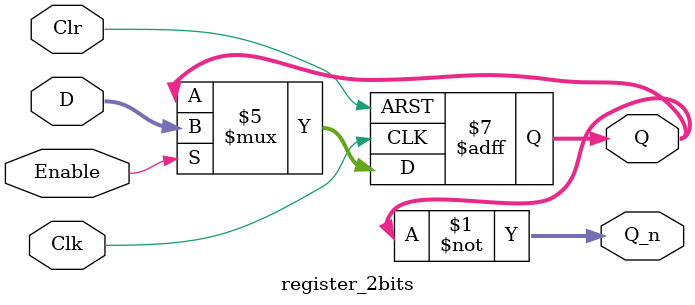
<source format=v>


module register_2bits(output reg [1:0] Q, output [1:0] Q_n, input [1:0] D, input Clr, Clk, Enable);
	assign Q_n = ~Q;
	initial begin
		Q <= 2'b00;
	end
	always @ (posedge Clk, negedge Clr)
		 if(!Clr) Q <= 2'b00;
		 else if(Enable) Q <= D;
endmodule

</source>
